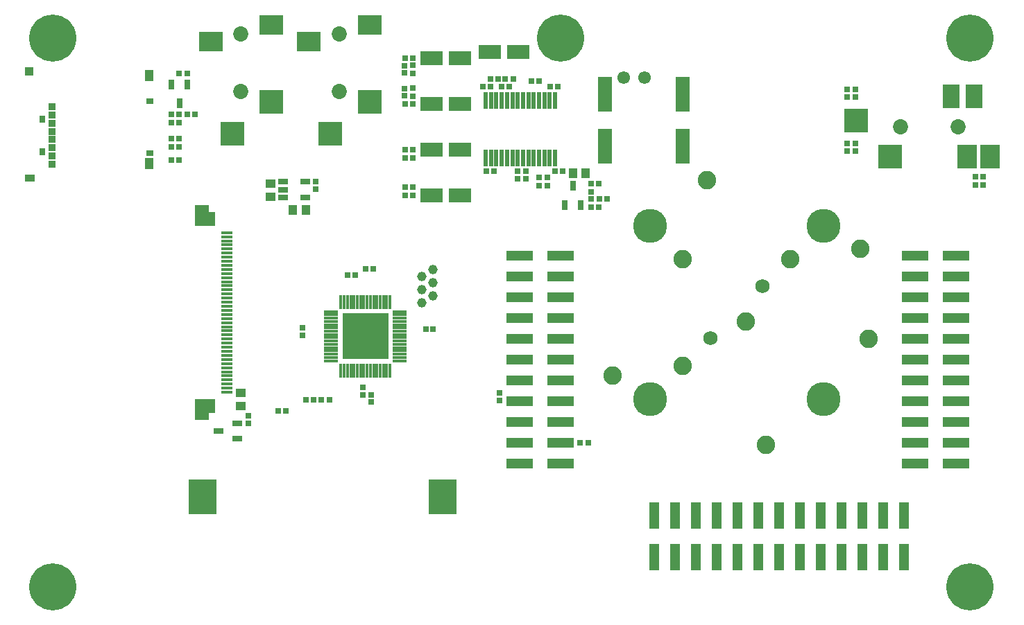
<source format=gbs>
%FSLAX34Y34*%
G04 Gerber Fmt 3.4, Leading zero omitted, Abs format*
G04 (created by PCBNEW (2014-03-01 BZR 4730)-product) date Monday, May 12, 2014 'PMt' 11:38:01 PM*
%MOIN*%
G01*
G70*
G90*
G04 APERTURE LIST*
%ADD10C,0.006000*%
%ADD11C,0.226472*%
%ADD12C,0.029622*%
%ADD13R,0.130016X0.045370*%
%ADD14R,0.045370X0.130016*%
%ADD15C,0.068992*%
%ADD16C,0.088677*%
%ADD17C,0.163480*%
%ADD18R,0.013874X0.065055*%
%ADD19R,0.065055X0.013874*%
%ADD20R,0.222535X0.222535*%
%ADD21R,0.030400X0.030400*%
%ADD22R,0.028400X0.030400*%
%ADD23R,0.030400X0.028400*%
%ADD24R,0.023700X0.078800*%
%ADD25R,0.069000X0.169400*%
%ADD26R,0.053244X0.017811*%
%ADD27R,0.037496X0.068992*%
%ADD28R,0.068992X0.100488*%
%ADD29R,0.092614X0.116236*%
%ADD30R,0.116236X0.116236*%
%ADD31R,0.084740X0.116236*%
%ADD32C,0.072929*%
%ADD33R,0.131984X0.171354*%
%ADD34R,0.031591X0.047339*%
%ADD35R,0.116236X0.092614*%
%ADD36R,0.045400X0.041400*%
%ADD37R,0.043400X0.045400*%
%ADD38R,0.045400X0.043400*%
%ADD39C,0.045400*%
%ADD40C,0.061118*%
%ADD41R,0.106400X0.069000*%
%ADD42R,0.045400X0.029600*%
%ADD43R,0.049300X0.029600*%
%ADD44R,0.039465X0.053244*%
%ADD45R,0.035528X0.031591*%
%ADD46R,0.039465X0.057181*%
%ADD47R,0.051276X0.035331*%
%ADD48R,0.041433X0.043402*%
%ADD49R,0.031591X0.033559*%
%ADD50R,0.035528X0.033559*%
G04 APERTURE END LIST*
G54D10*
G54D11*
X25196Y-40944D03*
G54D12*
X25196Y-40078D03*
X24330Y-40944D03*
X25196Y-41811D03*
X26062Y-40944D03*
X25807Y-40334D03*
X24586Y-40334D03*
X24586Y-41555D03*
X25807Y-41555D03*
G54D11*
X25196Y-67322D03*
G54D12*
X25196Y-66456D03*
X24330Y-67322D03*
X25196Y-68188D03*
X26062Y-67322D03*
X25807Y-66712D03*
X24586Y-66712D03*
X24586Y-67933D03*
X25807Y-67933D03*
G54D11*
X69291Y-67322D03*
G54D12*
X69291Y-66456D03*
X68425Y-67322D03*
X69291Y-68188D03*
X70157Y-67322D03*
X69901Y-66712D03*
X68681Y-66712D03*
X68681Y-67933D03*
X69901Y-67933D03*
G54D11*
X69291Y-40944D03*
G54D12*
X69291Y-40078D03*
X68425Y-40944D03*
X69291Y-41811D03*
X70157Y-40944D03*
X69901Y-40334D03*
X68681Y-40334D03*
X68681Y-41555D03*
X69901Y-41555D03*
G54D11*
X49606Y-40944D03*
G54D12*
X49606Y-40078D03*
X48740Y-40944D03*
X49606Y-41811D03*
X50472Y-40944D03*
X50216Y-40334D03*
X48996Y-40334D03*
X48996Y-41555D03*
X50216Y-41555D03*
G54D13*
X66627Y-61397D03*
X68616Y-61397D03*
X66627Y-60397D03*
X68616Y-60397D03*
X66627Y-59397D03*
X68616Y-59397D03*
X66627Y-58397D03*
X68616Y-58397D03*
X66627Y-57397D03*
X68616Y-57397D03*
X66627Y-56397D03*
X68616Y-56397D03*
X66627Y-55397D03*
X68616Y-55397D03*
X66627Y-54397D03*
X68616Y-54397D03*
X66627Y-53397D03*
X68616Y-53397D03*
X66627Y-52397D03*
X68616Y-52397D03*
X66627Y-51397D03*
X68616Y-51397D03*
G54D14*
X66122Y-65891D03*
X66122Y-63903D03*
X65122Y-65891D03*
X65122Y-63903D03*
X64122Y-65891D03*
X64122Y-63903D03*
X63122Y-65891D03*
X63122Y-63903D03*
X62122Y-65891D03*
X62122Y-63903D03*
X61122Y-65891D03*
X61122Y-63903D03*
X60122Y-65891D03*
X60122Y-63903D03*
X59122Y-65891D03*
X59122Y-63903D03*
X58122Y-65891D03*
X58122Y-63903D03*
X57122Y-65891D03*
X57122Y-63903D03*
X56122Y-65891D03*
X56122Y-63903D03*
X55122Y-65891D03*
X55122Y-63903D03*
X54122Y-65891D03*
X54122Y-63903D03*
G54D13*
X47627Y-61397D03*
X49616Y-61397D03*
X47627Y-60397D03*
X49616Y-60397D03*
X47627Y-59397D03*
X49616Y-59397D03*
X47627Y-58397D03*
X49616Y-58397D03*
X47627Y-57397D03*
X49616Y-57397D03*
X47627Y-56397D03*
X49616Y-56397D03*
X47627Y-55397D03*
X49616Y-55397D03*
X47627Y-54397D03*
X49616Y-54397D03*
X47627Y-53397D03*
X49616Y-53397D03*
X47627Y-52397D03*
X49616Y-52397D03*
X47627Y-51397D03*
X49616Y-51397D03*
G54D15*
X56818Y-55386D03*
X59323Y-52881D03*
G54D16*
X55492Y-56711D03*
X60648Y-51555D03*
G54D17*
X53894Y-58309D03*
X53894Y-49957D03*
X62246Y-49957D03*
X62246Y-58309D03*
G54D16*
X58507Y-54570D03*
X55492Y-51555D03*
X56651Y-47775D03*
X64017Y-51082D03*
X64401Y-55414D03*
X59490Y-60492D03*
X52124Y-57185D03*
G54D18*
X39055Y-53622D03*
X39212Y-53622D03*
X39370Y-53622D03*
X39527Y-53622D03*
X39685Y-53622D03*
X39842Y-53622D03*
X40000Y-53622D03*
X40157Y-53622D03*
X40314Y-53622D03*
X40472Y-53622D03*
X40629Y-53622D03*
X40787Y-53622D03*
X40944Y-53622D03*
X41102Y-53622D03*
X41259Y-53622D03*
X41417Y-53622D03*
G54D19*
X41889Y-54094D03*
X41889Y-54251D03*
X41889Y-54409D03*
X41889Y-54566D03*
X41889Y-54724D03*
X41889Y-54881D03*
X41889Y-55039D03*
X41889Y-55196D03*
X41889Y-55354D03*
X41889Y-55511D03*
X41889Y-55669D03*
X41889Y-55826D03*
X41889Y-55984D03*
X41889Y-56141D03*
X41889Y-56299D03*
X41889Y-56456D03*
G54D18*
X41417Y-56929D03*
X41259Y-56929D03*
X41102Y-56929D03*
X40944Y-56929D03*
X40787Y-56929D03*
X40629Y-56929D03*
X40472Y-56929D03*
X40314Y-56929D03*
X40157Y-56929D03*
X40000Y-56929D03*
X39842Y-56929D03*
X39685Y-56929D03*
X39527Y-56929D03*
X39370Y-56929D03*
X39212Y-56929D03*
X39055Y-56929D03*
G54D19*
X38582Y-56456D03*
X38582Y-56299D03*
X38582Y-56141D03*
X38582Y-55984D03*
X38582Y-55826D03*
X38582Y-55669D03*
X38582Y-55511D03*
X38582Y-55354D03*
X38582Y-55196D03*
X38582Y-55039D03*
X38582Y-54881D03*
X38582Y-54724D03*
X38582Y-54566D03*
X38582Y-54409D03*
X38582Y-54251D03*
X38582Y-54094D03*
G54D20*
X40236Y-55275D03*
G54D21*
X63779Y-46358D03*
X63779Y-46004D03*
X63779Y-43759D03*
X63779Y-43405D03*
X69901Y-47598D03*
X69547Y-47598D03*
X51082Y-48326D03*
X51082Y-48680D03*
X42125Y-43366D03*
X42125Y-43720D03*
X42125Y-42263D03*
X42125Y-42617D03*
X31673Y-44606D03*
X32027Y-44606D03*
X39743Y-52322D03*
X39389Y-52322D03*
X43130Y-54921D03*
X43484Y-54921D03*
X47559Y-47342D03*
X47559Y-47696D03*
X40511Y-58090D03*
X40511Y-58444D03*
X37224Y-55236D03*
X37224Y-54882D03*
X40256Y-52047D03*
X40610Y-52047D03*
X49704Y-47342D03*
X49350Y-47342D03*
X46043Y-47342D03*
X46397Y-47342D03*
X40118Y-57736D03*
X40118Y-58090D03*
X49468Y-43287D03*
X49114Y-43287D03*
X46239Y-43287D03*
X45885Y-43287D03*
G54D22*
X47157Y-43287D03*
X46779Y-43287D03*
G54D23*
X63385Y-46370D03*
X63385Y-45992D03*
X63385Y-43771D03*
X63385Y-43393D03*
G54D22*
X69913Y-47992D03*
X69535Y-47992D03*
X46956Y-42913D03*
X47334Y-42913D03*
X51070Y-49055D03*
X51448Y-49055D03*
X42511Y-44094D03*
X42133Y-44094D03*
X42511Y-41889D03*
X42133Y-41889D03*
X51842Y-48661D03*
X51464Y-48661D03*
G54D23*
X42519Y-43354D03*
X42519Y-43732D03*
X42519Y-42251D03*
X42519Y-42629D03*
G54D22*
X51070Y-47952D03*
X51448Y-47952D03*
X50937Y-60393D03*
X50559Y-60393D03*
X31291Y-46181D03*
X30913Y-46181D03*
X31291Y-45787D03*
X30913Y-45787D03*
X31291Y-45000D03*
X30913Y-45000D03*
X42133Y-46692D03*
X42511Y-46692D03*
X42511Y-48110D03*
X42133Y-48110D03*
X31291Y-46811D03*
X30913Y-46811D03*
X31291Y-44606D03*
X30913Y-44606D03*
X42133Y-46299D03*
X42511Y-46299D03*
X42133Y-48503D03*
X42511Y-48503D03*
X31665Y-42637D03*
X31287Y-42637D03*
G54D23*
X48976Y-47645D03*
X48976Y-48023D03*
X48582Y-47645D03*
X48582Y-48023D03*
X47952Y-47330D03*
X47952Y-47708D03*
X34606Y-59480D03*
X34606Y-59102D03*
G54D22*
X37370Y-58346D03*
X37748Y-58346D03*
X38496Y-58346D03*
X38118Y-58346D03*
X48574Y-42992D03*
X48196Y-42992D03*
G54D24*
X49340Y-46692D03*
X49084Y-46692D03*
X48829Y-46692D03*
X48573Y-46692D03*
X48317Y-46692D03*
X48061Y-46692D03*
X47805Y-46692D03*
X47549Y-46692D03*
X47293Y-46692D03*
X47037Y-46692D03*
X46781Y-46692D03*
X46525Y-46692D03*
X46270Y-46692D03*
X46014Y-46692D03*
X46014Y-43936D03*
X46270Y-43936D03*
X46525Y-43936D03*
X46781Y-43936D03*
X47037Y-43936D03*
X47293Y-43936D03*
X47549Y-43936D03*
X47805Y-43936D03*
X48061Y-43936D03*
X48317Y-43936D03*
X48573Y-43936D03*
X48829Y-43936D03*
X49084Y-43936D03*
X49340Y-43936D03*
G54D25*
X55472Y-46121D03*
X55472Y-43641D03*
X51732Y-46121D03*
X51732Y-43641D03*
G54D26*
X33582Y-57972D03*
X33582Y-57775D03*
X33582Y-57578D03*
X33582Y-57381D03*
X33582Y-57185D03*
X33582Y-56988D03*
X33582Y-56791D03*
X33582Y-56594D03*
X33582Y-56397D03*
X33582Y-56200D03*
X33582Y-56003D03*
X33582Y-55807D03*
X33582Y-55610D03*
X33582Y-55413D03*
X33582Y-55216D03*
X33582Y-55019D03*
X33582Y-54822D03*
X33582Y-54625D03*
X33582Y-54429D03*
X33582Y-54232D03*
X33582Y-54035D03*
X33582Y-53838D03*
X33582Y-53641D03*
X33582Y-53444D03*
X33582Y-53248D03*
X33582Y-53051D03*
X33582Y-52854D03*
X33582Y-52657D03*
X33582Y-52460D03*
X33582Y-52263D03*
X33582Y-52066D03*
X33582Y-51870D03*
X33582Y-51673D03*
X33582Y-51476D03*
X33582Y-51279D03*
X33582Y-51082D03*
X33582Y-50885D03*
X33582Y-50688D03*
X33582Y-50492D03*
X33582Y-50295D03*
G54D27*
X32834Y-58641D03*
G54D28*
X32362Y-58799D03*
X32362Y-49468D03*
G54D27*
X32834Y-49625D03*
G54D29*
X70236Y-46653D03*
X69133Y-46653D03*
G54D30*
X65433Y-46653D03*
X63818Y-44901D03*
G54D31*
X68385Y-43740D03*
X69488Y-43740D03*
G54D32*
X68700Y-45196D03*
X65944Y-45196D03*
G54D33*
X43956Y-62992D03*
X32421Y-62992D03*
G54D34*
X50570Y-48956D03*
X49822Y-48956D03*
X50196Y-48051D03*
X30925Y-43169D03*
X31673Y-43169D03*
X31299Y-44074D03*
G54D35*
X40433Y-40314D03*
G54D30*
X40433Y-44015D03*
X38553Y-45551D03*
G54D35*
X37519Y-41102D03*
G54D32*
X38976Y-40748D03*
X38976Y-43503D03*
G54D35*
X35708Y-40314D03*
G54D30*
X35708Y-44015D03*
X33828Y-45551D03*
G54D35*
X32795Y-41102D03*
G54D32*
X34251Y-40748D03*
X34251Y-43503D03*
G54D36*
X34251Y-58622D03*
X34251Y-57992D03*
G54D37*
X50196Y-47440D03*
X50826Y-47440D03*
X37362Y-49212D03*
X36732Y-49212D03*
G54D38*
X35669Y-48582D03*
X35669Y-47952D03*
G54D21*
X37834Y-47854D03*
X37834Y-48208D03*
X46594Y-42913D03*
X46240Y-42913D03*
G54D23*
X46692Y-58377D03*
X46692Y-57999D03*
G54D39*
X43464Y-52716D03*
X42952Y-53031D03*
X43464Y-53346D03*
X42952Y-53661D03*
X42952Y-52401D03*
X43464Y-52086D03*
G54D40*
X53649Y-42834D03*
X52649Y-42834D03*
G54D41*
X47578Y-41614D03*
X46200Y-41614D03*
X44783Y-48503D03*
X43405Y-48503D03*
X44783Y-46299D03*
X43405Y-46299D03*
X44783Y-41889D03*
X43405Y-41889D03*
X44783Y-44094D03*
X43405Y-44094D03*
G54D42*
X34075Y-59468D03*
X34075Y-60216D03*
X33169Y-59842D03*
G54D43*
X36280Y-48602D03*
X36280Y-48228D03*
X36280Y-47854D03*
X37342Y-47854D03*
X37342Y-48602D03*
G54D44*
X29852Y-46973D03*
G54D45*
X29872Y-46486D03*
X29872Y-43986D03*
G54D46*
X29852Y-42750D03*
G54D47*
X24104Y-47661D03*
G54D48*
X24074Y-42529D03*
G54D49*
X24694Y-46407D03*
X24694Y-44832D03*
G54D50*
X25167Y-44242D03*
X25167Y-44635D03*
X25167Y-45029D03*
X25167Y-45423D03*
X25167Y-45816D03*
X25167Y-46210D03*
X25167Y-46604D03*
X25167Y-46998D03*
G54D22*
X36409Y-58858D03*
X36031Y-58858D03*
M02*

</source>
